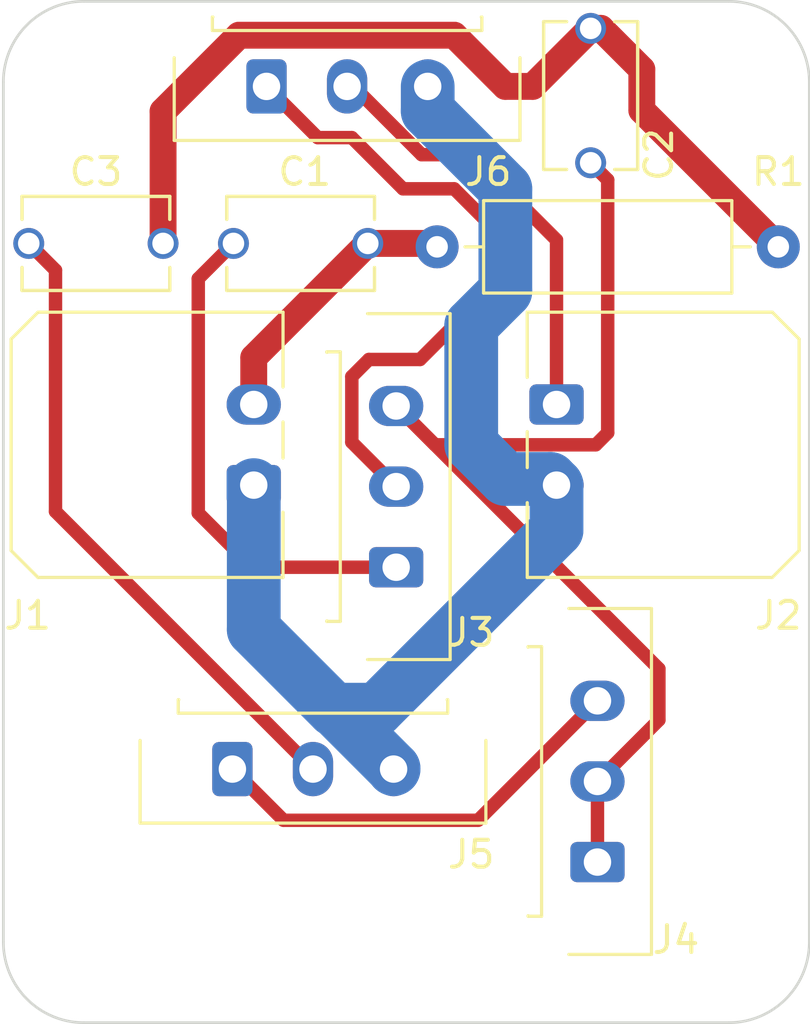
<source format=kicad_pcb>
(kicad_pcb (version 20221018) (generator pcbnew)
  (layers (0 "F.Cu" signal) (31 "B.Cu" signal) (34 "B.Paste" user) (35 "F.Paste" user) (36 "B.SilkS" user "B.Silkscreen") (37 "F.SilkS" user "F.Silkscreen") (38 "B.Mask" user) (39 "F.Mask" user) (44 "Edge.Cuts" user))
  (net 0 "")
  (net 1 "Net-(J1-Pin_2)")
  (net 2 "Net-(J3-Pin_1)")
  (net 3 "Net-(C2-Pad1)")
  (net 4 "Net-(J3-Pin_3)")
  (net 5 "Net-(J5-Pin_2)")
  (net 6 "GND")
  (net 7 "Net-(J2-Pin_1)")
  (net 8 "Net-(J3-Pin_2)")
  (net 9 "Net-(J4-Pin_3)")
  (footprint "CustomFootprints:Molex_Micro-Fit_3.0_43650-0200_1x02_P3.00mm_Horizontal" (layer "F.Cu") (at 148.59 62 -90)
    (fp_text reference "J2" (at 7.85 -8.255) (layer "F.SilkS"))
    (fp_text value "SigOut")
    (fp_line (start -3.435 -8.03) (end -2.435 -9.03) (stroke (width 0.12)) (layer "F.SilkS"))
    (fp_line (start -3.435 1.09) (end -3.435 -8.03) (stroke (width 0.12)) (layer "F.SilkS"))
    (fp_line (start -3.435 1.09) (end -1.01 1.09) (stroke (width 0.12)) (layer "F.SilkS"))
    (fp_line (start -2.435 -9.03) (end 5.435 -9.03) (stroke (width 0.12)) (layer "F.SilkS"))
    (fp_line (start 1.01 1.09) (end 2.348233 1.09) (stroke (width 0.12)) (layer "F.SilkS"))
    (fp_line (start 5.435 -9.03) (end 6.435 -8.03) (stroke (width 0.12)) (layer "F.SilkS"))
    (fp_line (start 6.435 -8.03) (end 6.435 1.09) (stroke (width 0.12)) (layer "F.SilkS"))
    (fp_line (start 6.435 1.09) (end 3.651767 1.09) (stroke (width 0.12)) (layer "F.SilkS"))
    (pad "" np_thru_hole circle (at 1.5 -4.32 270) (size 3 3) (drill 3) (layers "*.Cu" "*.Mask"))
    (pad "1" thru_hole roundrect (at 0 0 270) (size 1.5 2.02) (drill 1.02) (layers "*.Cu" "*.Mask") (roundrect_rratio 0.166667) (net 7 "Net-(J2-Pin_1)"))
    (pad "2" thru_hole oval (at 3 0 270) (size 1.5 2.02) (drill 1.02) (layers "*.Cu" "*.Mask") (net 6 "GND"))
  )
  (footprint "MountingHole:MountingHole_2.7mm_M2.5" (layer "F.Cu") (at 131 50)
    (fp_text reference "REF**" hide)
    (fp_text value "MountingHole_2.7mm_M2.5" hide)
    (pad "" np_thru_hole circle (at 0 0) (size 2.7 2.7) (drill 2.7) (layers "*.Cu" "*.Mask"))
  )
  (footprint "Resistor_THT:R_Axial_DIN0309_L9.0mm_D3.2mm_P12.70mm_Horizontal" (layer "F.Cu") (at 156.845 56.134 180)
    (fp_text reference "R1" (at 0 2.794) (layer "F.SilkS"))
    (fp_text value "33K")
    (fp_line (start 1.04 0) (end 1.73 0) (stroke (width 0.12)) (layer "F.SilkS"))
    (fp_line (start 1.73 -1.72) (end 1.73 1.72) (stroke (width 0.12)) (layer "F.SilkS"))
    (fp_line (start 1.73 1.72) (end 10.97 1.72) (stroke (width 0.12)) (layer "F.SilkS"))
    (fp_line (start 10.97 -1.72) (end 1.73 -1.72) (stroke (width 0.12)) (layer "F.SilkS"))
    (fp_line (start 10.97 1.72) (end 10.97 -1.72) (stroke (width 0.12)) (layer "F.SilkS"))
    (fp_line (start 11.66 0) (end 10.97 0) (stroke (width 0.12)) (layer "F.SilkS"))
    (pad "1" thru_hole circle (at 0 0 180) (size 1.6 1.6) (drill 0.8) (layers "*.Cu" "*.Mask") (net 3 "Net-(C2-Pad1)"))
    (pad "2" thru_hole oval (at 12.7 0 180) (size 1.6 1.6) (drill 0.8) (layers "*.Cu" "*.Mask") (net 1 "Net-(J1-Pin_2)"))
  )
  (footprint "MountingHole:MountingHole_2.7mm_M2.5" (layer "F.Cu") (at 155 50)
    (fp_text reference "REF**" hide)
    (fp_text value "MountingHole_2.7mm_M2.5" hide)
    (pad "" np_thru_hole circle (at 0 0) (size 2.7 2.7) (drill 2.7) (layers "*.Cu" "*.Mask"))
  )
  (footprint "CustomFootprints:Molex_Micro-Fit_3.0_43650-0315_1x03_P3.00mm_Vertical" (layer "F.Cu") (at 150.114 79.025 90)
    (fp_text reference "J4" (at -2.89 2.921 180) (layer "F.SilkS"))
    (fp_text value "BassPot")
    (fp_line (start -3.435 -1.065) (end -3.435 2.01) (stroke (width 0.12)) (layer "F.SilkS"))
    (fp_line (start -3.435 2.01) (end 9.435 2.01) (stroke (width 0.12)) (layer "F.SilkS"))
    (fp_line (start -2.015 -2.58) (end -2.015 -2.08) (stroke (width 0.12)) (layer "F.SilkS"))
    (fp_line (start -2.015 -2.08) (end 8.015 -2.08) (stroke (width 0.12)) (layer "F.SilkS"))
    (fp_line (start -1.995 -2.58) (end -2.015 -2.58) (stroke (width 0.12)) (layer "F.SilkS"))
    (fp_line (start 8.015 -2.58) (end 7.995 -2.58) (stroke (width 0.12)) (layer "F.SilkS"))
    (fp_line (start 8.015 -2.08) (end 8.015 -2.58) (stroke (width 0.12)) (layer "F.SilkS"))
    (fp_line (start 9.435 2.01) (end 9.435 -1.065) (stroke (width 0.12)) (layer "F.SilkS"))
    (pad "" np_thru_hole circle (at -3 -1.96 90) (size 1.27 1.27) (drill 1.27) (layers "*.Cu" "*.Mask"))
    (pad "" np_thru_hole circle (at 9 -1.96 90) (size 1.27 1.27) (drill 1.27) (layers "*.Cu" "*.Mask"))
    (pad "1" thru_hole roundrect (at 0 0 90) (size 1.5 2.02) (drill 1.02) (layers "*.Cu" "*.Mask") (roundrect_rratio 0.166667) (net 4 "Net-(J3-Pin_3)"))
    (pad "2" thru_hole oval (at 3 0 90) (size 1.5 2.02) (drill 1.02) (layers "*.Cu" "*.Mask") (net 4 "Net-(J3-Pin_3)"))
    (pad "3" thru_hole oval (at 6 0 90) (size 1.5 2.02) (drill 1.02) (layers "*.Cu" "*.Mask") (net 9 "Net-(J4-Pin_3)"))
  )
  (footprint "CustomFootprints:Molex_Micro-Fit_3.0_43650-0315_1x03_P3.00mm_Vertical" (layer "F.Cu") (at 137.795 50.165)
    (fp_text reference "J6" (at 8.255 3.175) (layer "F.SilkS"))
    (fp_text value "VolPot")
    (fp_line (start -3.435 -1.065) (end -3.435 2.01) (stroke (width 0.12)) (layer "F.SilkS"))
    (fp_line (start -3.435 2.01) (end 9.435 2.01) (stroke (width 0.12)) (layer "F.SilkS"))
    (fp_line (start -2.015 -2.58) (end -2.015 -2.08) (stroke (width 0.12)) (layer "F.SilkS"))
    (fp_line (start -2.015 -2.08) (end 8.015 -2.08) (stroke (width 0.12)) (layer "F.SilkS"))
    (fp_line (start -1.995 -2.58) (end -2.015 -2.58) (stroke (width 0.12)) (layer "F.SilkS"))
    (fp_line (start 8.015 -2.58) (end 7.995 -2.58) (stroke (width 0.12)) (layer "F.SilkS"))
    (fp_line (start 8.015 -2.08) (end 8.015 -2.58) (stroke (width 0.12)) (layer "F.SilkS"))
    (fp_line (start 9.435 2.01) (end 9.435 -1.065) (stroke (width 0.12)) (layer "F.SilkS"))
    (pad "" np_thru_hole circle (at -3 -1.96) (size 1.27 1.27) (drill 1.27) (layers "*.Cu" "*.Mask"))
    (pad "" np_thru_hole circle (at 9 -1.96) (size 1.27 1.27) (drill 1.27) (layers "*.Cu" "*.Mask"))
    (pad "1" thru_hole roundrect (at 0 0) (size 1.5 2.02) (drill 1.02) (layers "*.Cu" "*.Mask") (roundrect_rratio 0.166667) (net 8 "Net-(J3-Pin_2)"))
    (pad "2" thru_hole oval (at 3 0) (size 1.5 2.02) (drill 1.02) (layers "*.Cu" "*.Mask") (net 7 "Net-(J2-Pin_1)"))
    (pad "3" thru_hole oval (at 6 0) (size 1.5 2.02) (drill 1.02) (layers "*.Cu" "*.Mask") (net 6 "GND"))
  )
  (footprint "CustomFootprints:Molex_Micro-Fit_3.0_43650-0200_1x02_P3.00mm_Horizontal" (layer "F.Cu") (at 137.32 65 90)
    (fp_text reference "J1" (at -4.85 -8.415 180) (layer "F.SilkS"))
    (fp_text value "SigIn")
    (fp_line (start -3.435 -8.03) (end -2.435 -9.03) (stroke (width 0.12)) (layer "F.SilkS"))
    (fp_line (start -3.435 1.09) (end -3.435 -8.03) (stroke (width 0.12)) (layer "F.SilkS"))
    (fp_line (start -3.435 1.09) (end -1.01 1.09) (stroke (width 0.12)) (layer "F.SilkS"))
    (fp_line (start -2.435 -9.03) (end 5.435 -9.03) (stroke (width 0.12)) (layer "F.SilkS"))
    (fp_line (start 1.01 1.09) (end 2.348233 1.09) (stroke (width 0.12)) (layer "F.SilkS"))
    (fp_line (start 5.435 -9.03) (end 6.435 -8.03) (stroke (width 0.12)) (layer "F.SilkS"))
    (fp_line (start 6.435 -8.03) (end 6.435 1.09) (stroke (width 0.12)) (layer "F.SilkS"))
    (fp_line (start 6.435 1.09) (end 3.651767 1.09) (stroke (width 0.12)) (layer "F.SilkS"))
    (pad "" np_thru_hole circle (at 1.5 -4.32 90) (size 3 3) (drill 3) (layers "*.Cu" "*.Mask"))
    (pad "1" thru_hole roundrect (at 0 0 90) (size 1.5 2.02) (drill 1.02) (layers "*.Cu" "*.Mask") (roundrect_rratio 0.166667) (net 6 "GND"))
    (pad "2" thru_hole oval (at 3 0 90) (size 1.5 2.02) (drill 1.02) (layers "*.Cu" "*.Mask") (net 1 "Net-(J1-Pin_2)"))
  )
  (footprint "CustomFootprints:Molex_Micro-Fit_3.0_43650-0315_1x03_P3.00mm_Vertical" (layer "F.Cu") (at 142.621 68.055 90)
    (fp_text reference "J3" (at -2.43 2.794 180) (layer "F.SilkS"))
    (fp_text value "TreblePot")
    (fp_line (start -3.435 -1.065) (end -3.435 2.01) (stroke (width 0.12)) (layer "F.SilkS"))
    (fp_line (start -3.435 2.01) (end 9.435 2.01) (stroke (width 0.12)) (layer "F.SilkS"))
    (fp_line (start -2.015 -2.58) (end -2.015 -2.08) (stroke (width 0.12)) (layer "F.SilkS"))
    (fp_line (start -2.015 -2.08) (end 8.015 -2.08) (stroke (width 0.12)) (layer "F.SilkS"))
    (fp_line (start -1.995 -2.58) (end -2.015 -2.58) (stroke (width 0.12)) (layer "F.SilkS"))
    (fp_line (start 8.015 -2.58) (end 7.995 -2.58) (stroke (width 0.12)) (layer "F.SilkS"))
    (fp_line (start 8.015 -2.08) (end 8.015 -2.58) (stroke (width 0.12)) (layer "F.SilkS"))
    (fp_line (start 9.435 2.01) (end 9.435 -1.065) (stroke (width 0.12)) (layer "F.SilkS"))
    (pad "" np_thru_hole circle (at -3 -1.96 90) (size 1.27 1.27) (drill 1.27) (layers "*.Cu" "*.Mask"))
    (pad "" np_thru_hole circle (at 9 -1.96 90) (size 1.27 1.27) (drill 1.27) (layers "*.Cu" "*.Mask"))
    (pad "1" thru_hole roundrect (at 0 0 90) (size 1.5 2.02) (drill 1.02) (layers "*.Cu" "*.Mask") (roundrect_rratio 0.166667) (net 2 "Net-(J3-Pin_1)"))
    (pad "2" thru_hole oval (at 3 0 90) (size 1.5 2.02) (drill 1.02) (layers "*.Cu" "*.Mask") (net 8 "Net-(J3-Pin_2)"))
    (pad "3" thru_hole oval (at 6 0 90) (size 1.5 2.02) (drill 1.02) (layers "*.Cu" "*.Mask") (net 4 "Net-(J3-Pin_3)"))
  )
  (footprint "MountingHole:MountingHole_2.7mm_M2.5" (layer "F.Cu") (at 131 82)
    (fp_text reference "REF**" hide)
    (fp_text value "MountingHole_2.7mm_M2.5" hide)
    (pad "" np_thru_hole circle (at 0 0) (size 2.7 2.7) (drill 2.7) (layers "*.Cu" "*.Mask"))
  )
  (footprint "CustomFootprints:FG26 Cap" (layer "F.Cu") (at 149.86 50.506 -90)
    (fp_text reference "C2" (at 2.199 -2.54 -90) (layer "F.SilkS"))
    (fp_text value "22n")
    (fp_line (start -2.75 -1.75) (end -2.75 -0.895) (stroke (width 0.127)) (layer "F.SilkS"))
    (fp_line (start -2.75 -1.75) (end 2.75 -1.75) (stroke (width 0.127)) (layer "F.SilkS"))
    (fp_line (start -2.75 1.75) (end -2.75 0.895) (stroke (width 0.127)) (layer "F.SilkS"))
    (fp_line (start -2.75 1.75) (end 2.75 1.75) (stroke (width 0.127)) (layer "F.SilkS"))
    (fp_line (start 2.75 -1.75) (end 2.75 -0.895) (stroke (width 0.127)) (layer "F.SilkS"))
    (fp_line (start 2.75 1.75) (end 2.75 0.895) (stroke (width 0.127)) (layer "F.SilkS"))
    (pad "1" thru_hole circle (at -2.5 0 270) (size 1.15 1.15) (drill 0.8) (layers "*.Cu" "*.Mask") (net 3 "Net-(C2-Pad1)"))
    (pad "2" thru_hole circle (at 2.5 0 270) (size 1.15 1.15) (drill 0.8) (layers "*.Cu" "*.Mask") (net 4 "Net-(J3-Pin_3)"))
  )
  (footprint "CustomFootprints:Molex_Micro-Fit_3.0_43650-0315_1x03_P3.00mm_Vertical" (layer "F.Cu") (at 136.525 75.565)
    (fp_text reference "J5" (at 8.89 3.175) (layer "F.SilkS"))
    (fp_text value "MidPot")
    (fp_line (start -3.435 -1.065) (end -3.435 2.01) (stroke (width 0.12)) (layer "F.SilkS"))
    (fp_line (start -3.435 2.01) (end 9.435 2.01) (stroke (width 0.12)) (layer "F.SilkS"))
    (fp_line (start -2.015 -2.58) (end -2.015 -2.08) (stroke (width 0.12)) (layer "F.SilkS"))
    (fp_line (start -2.015 -2.08) (end 8.015 -2.08) (stroke (width 0.12)) (layer "F.SilkS"))
    (fp_line (start -1.995 -2.58) (end -2.015 -2.58) (stroke (width 0.12)) (layer "F.SilkS"))
    (fp_line (start 8.015 -2.58) (end 7.995 -2.58) (stroke (width 0.12)) (layer "F.SilkS"))
    (fp_line (start 8.015 -2.08) (end 8.015 -2.58) (stroke (width 0.12)) (layer "F.SilkS"))
    (fp_line (start 9.435 2.01) (end 9.435 -1.065) (stroke (width 0.12)) (layer "F.SilkS"))
    (pad "" np_thru_hole circle (at -3 -1.96) (size 1.27 1.27) (drill 1.27) (layers "*.Cu" "*.Mask"))
    (pad "" np_thru_hole circle (at 9 -1.96) (size 1.27 1.27) (drill 1.27) (layers "*.Cu" "*.Mask"))
    (pad "1" thru_hole roundrect (at 0 0) (size 1.5 2.02) (drill 1.02) (layers "*.Cu" "*.Mask") (roundrect_rratio 0.166667) (net 9 "Net-(J4-Pin_3)"))
    (pad "2" thru_hole oval (at 3 0) (size 1.5 2.02) (drill 1.02) (layers "*.Cu" "*.Mask") (net 5 "Net-(J5-Pin_2)"))
    (pad "3" thru_hole oval (at 6 0) (size 1.5 2.02) (drill 1.02) (layers "*.Cu" "*.Mask") (net 6 "GND"))
  )
  (footprint "CustomFootprints:FG26 Cap" (layer "F.Cu") (at 131.445 56.007 180)
    (fp_text reference "C3" (at 0 2.667) (layer "F.SilkS"))
    (fp_text value "22n")
    (fp_line (start -2.75 -1.75) (end -2.75 -0.895) (stroke (width 0.127)) (layer "F.SilkS"))
    (fp_line (start -2.75 -1.75) (end 2.75 -1.75) (stroke (width 0.127)) (layer "F.SilkS"))
    (fp_line (start -2.75 1.75) (end -2.75 0.895) (stroke (width 0.127)) (layer "F.SilkS"))
    (fp_line (start -2.75 1.75) (end 2.75 1.75) (stroke (width 0.127)) (layer "F.SilkS"))
    (fp_line (start 2.75 -1.75) (end 2.75 -0.895) (stroke (width 0.127)) (layer "F.SilkS"))
    (fp_line (start 2.75 1.75) (end 2.75 0.895) (stroke (width 0.127)) (layer "F.SilkS"))
    (pad "1" thru_hole circle (at -2.5 0 180) (size 1.15 1.15) (drill 0.8) (layers "*.Cu" "*.Mask") (net 3 "Net-(C2-Pad1)"))
    (pad "2" thru_hole circle (at 2.5 0 180) (size 1.15 1.15) (drill 0.8) (layers "*.Cu" "*.Mask") (net 5 "Net-(J5-Pin_2)"))
  )
  (footprint "CustomFootprints:FG26 Cap" (layer "F.Cu") (at 139.065 56.007 180)
    (fp_text reference "C1" (at -0.15 2.667) (layer "F.SilkS"))
    (fp_text value "4u7")
    (fp_line (start -2.75 -1.75) (end -2.75 -0.895) (stroke (width 0.127)) (layer "F.SilkS"))
    (fp_line (start -2.75 -1.75) (end 2.75 -1.75) (stroke (width 0.127)) (layer "F.SilkS"))
    (fp_line (start -2.75 1.75) (end -2.75 0.895) (stroke (width 0.127)) (layer "F.SilkS"))
    (fp_line (start -2.75 1.75) (end 2.75 1.75) (stroke (width 0.127)) (layer "F.SilkS"))
    (fp_line (start 2.75 -1.75) (end 2.75 -0.895) (stroke (width 0.127)) (layer "F.SilkS"))
    (fp_line (start 2.75 1.75) (end 2.75 0.895) (stroke (width 0.127)) (layer "F.SilkS"))
    (pad "1" thru_hole circle (at -2.5 0 180) (size 1.15 1.15) (drill 0.8) (layers "*.Cu" "*.Mask") (net 1 "Net-(J1-Pin_2)"))
    (pad "2" thru_hole circle (at 2.5 0 180) (size 1.15 1.15) (drill 0.8) (layers "*.Cu" "*.Mask") (net 2 "Net-(J3-Pin_1)"))
  )
  (gr_line (start 128 82) (end 128 50) (stroke (width 0.1)) (layer "Edge.Cuts"))
  (gr_line (start 131 47) (end 155 47) (stroke (width 0.1)) (layer "Edge.Cuts"))
  (gr_arc (start 155 47) (mid 157.12132 47.87868) (end 158 50) (stroke (width 0.1)) (layer "Edge.Cuts"))
  (gr_arc (start 131 85) (mid 128.87868 84.12132) (end 128 82) (stroke (width 0.1)) (layer "Edge.Cuts"))
  (gr_arc (start 128 50) (mid 128.87868 47.87868) (end 131 47) (stroke (width 0.1)) (layer "Edge.Cuts"))
  (gr_line (start 131 85) (end 155 85) (stroke (width 0.1)) (layer "Edge.Cuts"))
  (gr_arc (start 158 82) (mid 157.12132 84.12132) (end 155 85) (stroke (width 0.1)) (layer "Edge.Cuts"))
  (gr_line (start 158 82) (end 158 50) (stroke (width 0.1)) (layer "Edge.Cuts"))
  (segment (start 144.018 56.007) (end 144.145 56.134) (width 1) (layer "F.Cu") (net 1))
  (segment (start 137.32 60.252) (end 137.32 62) (width 1) (layer "F.Cu") (net 1))
  (segment (start 141.565 56.007) (end 137.32 60.252) (width 1) (layer "F.Cu") (net 1))
  (segment (start 141.565 56.007) (end 144.018 56.007) (width 1) (layer "F.Cu") (net 1))
  (segment (start 135.255 66.04) (end 137.27 68.055) (width 0.5) (layer "F.Cu") (net 2))
  (segment (start 137.27 68.055) (end 142.621 68.055) (width 0.5) (layer "F.Cu") (net 2))
  (segment (start 135.255 57.317) (end 135.255 66.04) (width 0.5) (layer "F.Cu") (net 2))
  (segment (start 136.565 56.007) (end 135.255 57.317) (width 0.5) (layer "F.Cu") (net 2))
  (segment (start 156.845 56.134) (end 151.765 51.054) (width 1) (layer "F.Cu") (net 3))
  (segment (start 150.241 48.006) (end 149.86 48.006) (width 1) (layer "F.Cu") (net 3))
  (segment (start 147.701 50.165) (end 146.685 50.165) (width 1) (layer "F.Cu") (net 3))
  (segment (start 136.773643 48.26) (end 133.945 51.088643) (width 1) (layer "F.Cu") (net 3))
  (segment (start 146.685 50.165) (end 144.78 48.26) (width 1) (layer "F.Cu") (net 3))
  (segment (start 149.86 48.006) (end 147.701 50.165) (width 1) (layer "F.Cu") (net 3))
  (segment (start 133.945 51.088643) (end 133.945 56.007) (width 1) (layer "F.Cu") (net 3))
  (segment (start 144.78 48.26) (end 136.773643 48.26) (width 1) (layer "F.Cu") (net 3))
  (segment (start 151.765 51.054) (end 151.765 49.53) (width 1) (layer "F.Cu") (net 3))
  (segment (start 151.765 49.53) (end 150.241 48.006) (width 1) (layer "F.Cu") (net 3))
  (segment (start 150.495 63.05422) (end 150.495 53.641) (width 0.5) (layer "F.Cu") (net 4))
  (segment (start 150.114 76.025) (end 152.4 73.739) (width 0.5) (layer "F.Cu") (net 4))
  (segment (start 144.066 63.5) (end 150.04922 63.5) (width 0.5) (layer "F.Cu") (net 4))
  (segment (start 152.4 71.834) (end 142.621 62.055) (width 0.5) (layer "F.Cu") (net 4))
  (segment (start 142.621 62.055) (end 144.066 63.5) (width 0.5) (layer "F.Cu") (net 4))
  (segment (start 150.114 76.025) (end 150.114 79.025) (width 0.5) (layer "F.Cu") (net 4))
  (segment (start 150.04922 63.5) (end 150.495 63.05422) (width 0.5) (layer "F.Cu") (net 4))
  (segment (start 150.495 53.641) (end 149.86 53.006) (width 0.5) (layer "F.Cu") (net 4))
  (segment (start 152.4 73.739) (end 152.4 71.834) (width 0.5) (layer "F.Cu") (net 4))
  (segment (start 129.941 57.003) (end 129.941 65.981) (width 0.5) (layer "F.Cu") (net 5))
  (segment (start 128.945 56.007) (end 129.941 57.003) (width 0.5) (layer "F.Cu") (net 5))
  (segment (start 129.941 65.981) (end 139.525 75.565) (width 0.5) (layer "F.Cu") (net 5))
  (segment (start 143.795 50.165) (end 143.795 51.085) (width 2) (layer "B.Cu") (net 6))
  (segment (start 145.415 59.055) (end 145.415 63.5) (width 2) (layer "B.Cu") (net 6))
  (segment (start 146.685 53.975) (end 146.685 57.785) (width 2) (layer "B.Cu") (net 6))
  (segment (start 146.685 57.785) (end 145.415 59.055) (width 2) (layer "B.Cu") (net 6))
  (segment (start 145.415 63.5) (end 146.685 64.77) (width 2) (layer "B.Cu") (net 6))
  (segment (start 148.59 66.675) (end 141.91 73.355) (width 2) (layer "B.Cu") (net 6))
  (segment (start 148.59 65) (end 148.59 66.675) (width 2) (layer "B.Cu") (net 6))
  (segment (start 142.525 75.547284) (end 142.525 75.565) (width 2) (layer "B.Cu") (net 6))
  (segment (start 137.32 70.379793) (end 140.295207 73.355) (width 2) (layer "B.Cu") (net 6))
  (segment (start 140.332716 73.355) (end 142.525 75.547284) (width 2) (layer "B.Cu") (net 6))
  (segment (start 148.36 64.77) (end 148.59 65) (width 2) (layer "B.Cu") (net 6))
  (segment (start 137.32 65) (end 137.32 70.379793) (width 2) (layer "B.Cu") (net 6))
  (segment (start 146.685 64.77) (end 148.36 64.77) (width 2) (layer "B.Cu") (net 6))
  (segment (start 143.795 51.085) (end 146.685 53.975) (width 2) (layer "B.Cu") (net 6))
  (segment (start 140.295207 73.355) (end 140.332716 73.355) (width 2) (layer "B.Cu") (net 6))
  (segment (start 141.91 73.355) (end 140.332716 73.355) (width 2) (layer "B.Cu") (net 6))
  (segment (start 143.568236 52.705) (end 145.415 52.705) (width 0.5) (layer "F.Cu") (net 7))
  (segment (start 140.795 50.165) (end 141.028236 50.165) (width 0.5) (layer "F.Cu") (net 7))
  (segment (start 141.028236 50.165) (end 143.568236 52.705) (width 0.5) (layer "F.Cu") (net 7))
  (segment (start 145.415 52.705) (end 148.59 55.88) (width 0.5) (layer "F.Cu") (net 7))
  (segment (start 148.59 55.88) (end 148.59 62) (width 0.5) (layer "F.Cu") (net 7))
  (segment (start 140.97 52.07) (end 139.7 52.07) (width 0.5) (layer "F.Cu") (net 8))
  (segment (start 142.621 65.055) (end 140.97 63.404) (width 0.5) (layer "F.Cu") (net 8))
  (segment (start 146.05 55.245) (end 144.78 53.975) (width 0.5) (layer "F.Cu") (net 8))
  (segment (start 143.51 60.325) (end 146.05 57.785) (width 0.5) (layer "F.Cu") (net 8))
  (segment (start 139.7 52.07) (end 137.795 50.165) (width 0.5) (layer "F.Cu") (net 8))
  (segment (start 144.78 53.975) (end 142.875 53.975) (width 0.5) (layer "F.Cu") (net 8))
  (segment (start 140.97 63.404) (end 140.97 60.96) (width 0.5) (layer "F.Cu") (net 8))
  (segment (start 140.97 60.96) (end 141.605 60.325) (width 0.5) (layer "F.Cu") (net 8))
  (segment (start 141.605 60.325) (end 143.51 60.325) (width 0.5) (layer "F.Cu") (net 8))
  (segment (start 142.875 53.975) (end 140.97 52.07) (width 0.5) (layer "F.Cu") (net 8))
  (segment (start 146.05 57.785) (end 146.05 55.245) (width 0.5) (layer "F.Cu") (net 8))
  (segment (start 136.525 75.565) (end 138.43 77.47) (width 0.5) (layer "F.Cu") (net 9))
  (segment (start 145.669 77.47) (end 150.114 73.025) (width 0.5) (layer "F.Cu") (net 9))
  (segment (start 138.43 77.47) (end 145.669 77.47) (width 0.5) (layer "F.Cu") (net 9))
)
</source>
